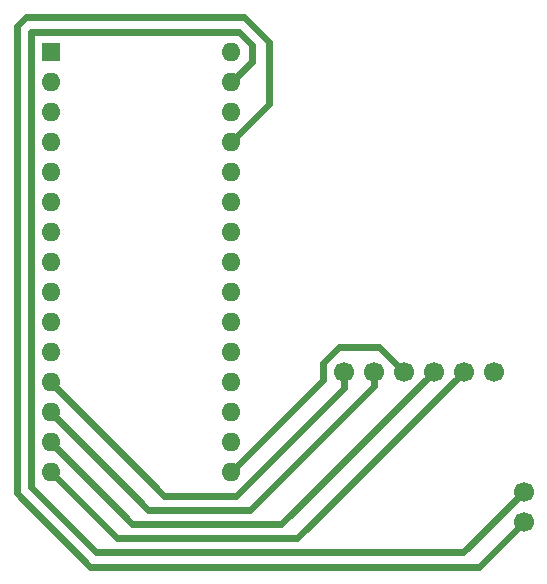
<source format=gbr>
%TF.GenerationSoftware,KiCad,Pcbnew,8.0.6*%
%TF.CreationDate,2024-12-06T14:03:16+03:00*%
%TF.ProjectId,AKB_BAS,414b425f-4241-4532-9e6b-696361645f70,rev?*%
%TF.SameCoordinates,Original*%
%TF.FileFunction,Copper,L1,Top*%
%TF.FilePolarity,Positive*%
%FSLAX46Y46*%
G04 Gerber Fmt 4.6, Leading zero omitted, Abs format (unit mm)*
G04 Created by KiCad (PCBNEW 8.0.6) date 2024-12-06 14:03:16*
%MOMM*%
%LPD*%
G01*
G04 APERTURE LIST*
%TA.AperFunction,ComponentPad*%
%ADD10R,1.600000X1.600000*%
%TD*%
%TA.AperFunction,ComponentPad*%
%ADD11O,1.600000X1.600000*%
%TD*%
%TA.AperFunction,ComponentPad*%
%ADD12C,1.700000*%
%TD*%
%TA.AperFunction,Conductor*%
%ADD13C,0.600000*%
%TD*%
G04 APERTURE END LIST*
D10*
%TO.P,A1,1,D1/TX*%
%TO.N,unconnected-(A1-D1{slash}TX-Pad1)*%
X127000000Y-56970000D03*
D11*
%TO.P,A1,2,D0/RX*%
%TO.N,unconnected-(A1-D0{slash}RX-Pad2)*%
X127000000Y-59510000D03*
%TO.P,A1,3,~{RESET}*%
%TO.N,unconnected-(A1-~{RESET}-Pad3)*%
X127000000Y-62050000D03*
%TO.P,A1,4,GND*%
%TO.N,unconnected-(A1-GND-Pad4)*%
X127000000Y-64590000D03*
%TO.P,A1,5,D2*%
%TO.N,unconnected-(A1-D2-Pad5)*%
X127000000Y-67130000D03*
%TO.P,A1,6,D3*%
%TO.N,unconnected-(A1-D3-Pad6)*%
X127000000Y-69670000D03*
%TO.P,A1,7,D4*%
%TO.N,unconnected-(A1-D4-Pad7)*%
X127000000Y-72210000D03*
%TO.P,A1,8,D5*%
%TO.N,unconnected-(A1-D5-Pad8)*%
X127000000Y-74750000D03*
%TO.P,A1,9,D6*%
%TO.N,unconnected-(A1-D6-Pad9)*%
X127000000Y-77290000D03*
%TO.P,A1,10,D7*%
%TO.N,unconnected-(A1-D7-Pad10)*%
X127000000Y-79830000D03*
%TO.P,A1,11,D8*%
%TO.N,unconnected-(A1-D8-Pad11)*%
X127000000Y-82370000D03*
%TO.P,A1,12,D9*%
%TO.N,Net-(A1-D9)*%
X127000000Y-84910000D03*
%TO.P,A1,13,D10*%
%TO.N,Net-(A1-D10)*%
X127000000Y-87450000D03*
%TO.P,A1,14,D11*%
%TO.N,Net-(A1-D11)*%
X127000000Y-89990000D03*
%TO.P,A1,15,D12*%
%TO.N,Net-(A1-D12)*%
X127000000Y-92530000D03*
%TO.P,A1,16,D13*%
%TO.N,Net-(A1-D13)*%
X142240000Y-92530000D03*
%TO.P,A1,17,3V3*%
%TO.N,unconnected-(A1-3V3-Pad17)*%
X142240000Y-89990000D03*
%TO.P,A1,18,AREF*%
%TO.N,unconnected-(A1-AREF-Pad18)*%
X142240000Y-87450000D03*
%TO.P,A1,19,A0*%
%TO.N,unconnected-(A1-A0-Pad19)*%
X142240000Y-84910000D03*
%TO.P,A1,20,A1*%
%TO.N,unconnected-(A1-A1-Pad20)*%
X142240000Y-82370000D03*
%TO.P,A1,21,A2*%
%TO.N,unconnected-(A1-A2-Pad21)*%
X142240000Y-79830000D03*
%TO.P,A1,22,A3*%
%TO.N,unconnected-(A1-A3-Pad22)*%
X142240000Y-77290000D03*
%TO.P,A1,23,A4*%
%TO.N,unconnected-(A1-A4-Pad23)*%
X142240000Y-74750000D03*
%TO.P,A1,24,A5*%
%TO.N,unconnected-(A1-A5-Pad24)*%
X142240000Y-72210000D03*
%TO.P,A1,25,A6*%
%TO.N,unconnected-(A1-A6-Pad25)*%
X142240000Y-69670000D03*
%TO.P,A1,26,A7*%
%TO.N,unconnected-(A1-A7-Pad26)*%
X142240000Y-67130000D03*
%TO.P,A1,27,+5V*%
%TO.N,Net-(A1-+5V)*%
X142240000Y-64590000D03*
%TO.P,A1,28,~{RESET}*%
%TO.N,unconnected-(A1-~{RESET}-Pad28)*%
X142240000Y-62050000D03*
%TO.P,A1,29,GND*%
%TO.N,Net-(U1-GND)*%
X142240000Y-59510000D03*
%TO.P,A1,30,VIN*%
%TO.N,unconnected-(A1-VIN-Pad30)*%
X142240000Y-56970000D03*
%TD*%
D12*
%TO.P,U1,4,~{CSN}*%
%TO.N,Net-(A1-D10)*%
X154340000Y-84000000D03*
%TO.P,U1,3,CE*%
%TO.N,Net-(A1-D9)*%
X151800000Y-84000000D03*
%TO.P,U1,8,IRQ*%
%TO.N,unconnected-(U1-IRQ-Pad8)*%
X164500000Y-84000000D03*
%TO.P,U1,7,MISO*%
%TO.N,Net-(A1-D12)*%
X161960000Y-84000000D03*
%TO.P,U1,6,MOSI*%
%TO.N,Net-(A1-D11)*%
X159420000Y-84000000D03*
%TO.P,U1,5,SCK*%
%TO.N,Net-(A1-D13)*%
X156880000Y-84000000D03*
%TO.P,U1,1,GND*%
%TO.N,Net-(U1-GND)*%
X167040000Y-94160000D03*
%TO.P,U1,2,VCC*%
%TO.N,Net-(A1-+5V)*%
X167040000Y-96700000D03*
%TD*%
D13*
%TO.N,Net-(A1-+5V)*%
X145500000Y-61330000D02*
X142240000Y-64590000D01*
X145500000Y-56128780D02*
X145500000Y-61330000D01*
X143371220Y-54000000D02*
X145500000Y-56128780D01*
X124100000Y-54772944D02*
X124872944Y-54000000D01*
X124100000Y-94297056D02*
X124100000Y-54772944D01*
X130302944Y-100500000D02*
X124100000Y-94297056D01*
X163240000Y-100500000D02*
X130302944Y-100500000D01*
X167040000Y-96700000D02*
X163240000Y-100500000D01*
X124872944Y-54000000D02*
X143371220Y-54000000D01*
%TO.N,Net-(U1-GND)*%
X144000000Y-57750000D02*
X142240000Y-59510000D01*
X142944164Y-55270000D02*
X144000000Y-56325836D01*
X130800000Y-99300000D02*
X125300000Y-93800000D01*
X125300000Y-55270000D02*
X142944164Y-55270000D01*
X161900000Y-99300000D02*
X130800000Y-99300000D01*
X125300000Y-93800000D02*
X125300000Y-55270000D01*
X144000000Y-56325836D02*
X144000000Y-57750000D01*
X167040000Y-94160000D02*
X161900000Y-99300000D01*
%TO.N,Net-(A1-D13)*%
X150050000Y-84720000D02*
X142240000Y-92530000D01*
X151385126Y-81940000D02*
X150050000Y-83275126D01*
X154820000Y-81940000D02*
X151385126Y-81940000D01*
X150050000Y-83275126D02*
X150050000Y-84720000D01*
X156880000Y-84000000D02*
X154820000Y-81940000D01*
%TO.N,Net-(A1-D12)*%
X147860000Y-98100000D02*
X132570000Y-98100000D01*
X132570000Y-98100000D02*
X127000000Y-92530000D01*
X161960000Y-84000000D02*
X147860000Y-98100000D01*
%TO.N,Net-(A1-D11)*%
X133910000Y-96900000D02*
X127000000Y-89990000D01*
X146520000Y-96900000D02*
X133910000Y-96900000D01*
X159420000Y-84000000D02*
X146520000Y-96900000D01*
%TO.N,Net-(A1-D10)*%
X135250000Y-95700000D02*
X127000000Y-87450000D01*
X143842081Y-95700000D02*
X135250000Y-95700000D01*
X154340000Y-85202081D02*
X143842081Y-95700000D01*
X154340000Y-84000000D02*
X154340000Y-85202081D01*
%TO.N,Net-(A1-D9)*%
X136590000Y-94500000D02*
X127000000Y-84910000D01*
X142674164Y-94500000D02*
X136590000Y-94500000D01*
X151800000Y-85374164D02*
X142674164Y-94500000D01*
X151800000Y-84000000D02*
X151800000Y-85374164D01*
%TD*%
M02*

</source>
